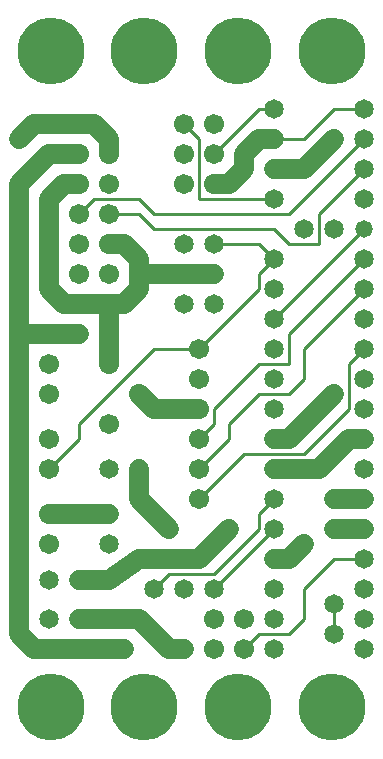
<source format=gbl>
%MOIN*%
%FSLAX25Y25*%
G04 D10 used for Character Trace; *
G04     Circle (OD=.01000) (No hole)*
G04 D11 used for Power Trace; *
G04     Circle (OD=.06500) (No hole)*
G04 D12 used for Signal Trace; *
G04     Circle (OD=.01100) (No hole)*
G04 D13 used for Via; *
G04     Circle (OD=.05800) (Round. Hole ID=.02800)*
G04 D14 used for Component hole; *
G04     Circle (OD=.06500) (Round. Hole ID=.03500)*
G04 D15 used for Component hole; *
G04     Circle (OD=.06700) (Round. Hole ID=.04300)*
G04 D16 used for Component hole; *
G04     Circle (OD=.08100) (Round. Hole ID=.05100)*
G04 D17 used for Component hole; *
G04     Circle (OD=.08900) (Round. Hole ID=.05900)*
G04 D18 used for Component hole; *
G04     Circle (OD=.11300) (Round. Hole ID=.08300)*
G04 D19 used for Component hole; *
G04     Circle (OD=.16000) (Round. Hole ID=.13000)*
G04 D20 used for Component hole; *
G04     Circle (OD=.18300) (Round. Hole ID=.15300)*
G04 D21 used for Component hole; *
G04     Circle (OD=.22291) (Round. Hole ID=.19291)*
%ADD10C,.01000*%
%ADD11C,.06500*%
%ADD12C,.01100*%
%ADD13C,.05800*%
%ADD14C,.06500*%
%ADD15C,.06700*%
%ADD16C,.08100*%
%ADD17C,.08900*%
%ADD18C,.11300*%
%ADD19C,.16000*%
%ADD20C,.18300*%
%ADD21C,.22291*%
%IPPOS*%
%LPD*%
G90*X0Y0D02*D21*X15625Y15625D03*D11*              
X10000Y35000D02*X40000D01*D14*D03*D11*X55000D02*  
X45000Y45000D01*X55000Y35000D02*X60000D01*D14*D03*
D15*X70000Y45000D03*Y35000D03*D11*X35000Y45000D02*
X45000D01*D14*X35000D03*D11*X25000D01*D14*D03*    
X35000Y58000D03*D11*X25000D01*D14*D03*            
X15000Y45000D03*D11*X35000Y58000D02*              
X45000Y65000D01*X65000D01*X75000Y75000D01*D14*D03*
D15*X65000Y85000D03*D12*X80000Y100000D01*         
X100000D01*X115000Y115000D01*Y130000D01*          
X120000Y135000D01*D14*D03*Y145000D03*Y125000D03*  
D13*X110000Y120000D03*D11*X95000Y105000D01*       
X90000D01*D14*D03*D13*X100000Y95000D03*D11*       
X90000D01*D14*D03*D11*X100000D02*X105000D01*      
X115000Y105000D01*X120000D01*D14*D03*Y115000D03*  
Y95000D03*D12*X95000Y120000D02*X100000Y125000D01* 
X85000Y120000D02*X95000D01*X75000Y110000D02*      
X85000Y120000D01*X75000Y105000D02*Y110000D01*     
X65000Y95000D02*X75000Y105000D01*D15*             
X65000Y95000D03*Y105000D03*D12*X70000Y110000D01*  
Y115000D01*X85000Y130000D01*X95000D01*Y140000D01* 
X120000Y165000D01*D14*D03*X110000Y175000D03*D13*  
X120000D03*D12*X90000Y145000D01*D14*D03*D12*      
X100000Y125000D02*Y135000D01*D14*X90000D03*       
Y115000D03*D12*X100000Y135000D02*                 
X120000Y155000D01*D14*D03*D12*X95000Y170000D02*   
X105000D01*X95000D02*X90000Y175000D01*X50000D01*  
X45000Y180000D01*X35000D01*D15*D03*D12*X25000D02* 
X30000Y185000D01*D15*X25000Y180000D03*D12*        
X30000Y185000D02*X45000D01*X50000Y180000D01*      
X95000D01*X120000Y205000D01*D14*D03*D12*          
X100000D02*X110000Y215000D01*X90000Y205000D02*    
X100000D01*D14*X90000D03*D11*X85000D01*           
X80000Y200000D01*Y195000D01*X75000Y190000D01*     
X70000D01*D15*D03*D12*X65000Y185000D02*X90000D01* 
D14*D03*X100000Y175000D03*D11*X90000Y195000D02*   
X100000D01*D14*X90000D03*D11*X100000D02*          
X110000Y205000D01*D13*D03*D14*X120000Y195000D03*  
D12*X105000Y180000D01*Y170000D01*D14*             
X120000Y185000D03*X90000Y155000D03*Y165000D03*D12*
X85000Y160000D01*Y155000D01*X65000Y135000D01*D15* 
D03*D12*X50000D01*X25000Y110000D01*Y105000D01*    
X15000Y95000D01*D15*D03*Y105000D03*Y80000D03*D11* 
X35000D01*D14*D03*Y70000D03*D11*X55000Y75000D02*  
X45000Y85000D01*D14*X55000Y75000D03*D11*          
X45000Y85000D02*Y95000D01*D14*D03*X35000D03*D15*  
Y110000D03*X65000Y115000D03*D11*X50000D01*        
X45000Y120000D01*D15*D03*X35000Y130000D03*D11*    
Y150000D01*X20000D01*X15000Y155000D01*Y185000D01* 
X20000Y190000D01*X25000D01*D15*D03*               
X35000Y200000D03*D11*Y205000D01*X30000Y210000D01* 
X10000D01*X5000Y205000D01*D13*D03*D11*Y190000D02* 
X15000Y200000D01*X5000Y140000D02*Y190000D01*      
Y40000D02*Y140000D01*X10000Y35000D02*             
X5000Y40000D01*D14*X15000Y58000D03*D21*           
X46875Y15625D03*D15*X15000Y70000D03*D14*          
X50000Y55000D03*D12*X55000Y60000D01*X70000D01*    
X85000Y75000D01*Y80000D01*X90000Y85000D01*D14*D03*
Y75000D03*D12*X70000Y55000D01*D14*D03*D15*        
X80000Y45000D03*D14*X60000Y55000D03*D12*          
X80000Y35000D02*X85000Y40000D01*D15*              
X80000Y35000D03*D12*X85000Y40000D02*X95000D01*    
X100000Y45000D01*Y55000D01*X110000Y65000D01*      
X120000D01*D14*D03*D13*X110000Y75000D03*D11*      
X120000D01*D14*D03*D13*X110000Y85000D03*D11*      
X120000D01*D14*D03*D13*X100000Y70000D03*D11*      
X95000Y65000D01*X90000D01*D14*D03*Y55000D03*      
X110000Y50000D03*D12*Y40000D01*D14*D03*           
X120000Y35000D03*Y45000D03*Y55000D03*             
X90000Y45000D03*Y35000D03*D21*X109375Y15625D03*   
X78125D03*D14*X90000Y125000D03*D15*X65000D03*     
X15000Y130000D03*Y120000D03*D13*X25000Y140000D03* 
D11*X5000D01*D15*X25000Y160000D03*                
X35000Y170000D03*D11*X40000D01*X45000Y165000D01*  
Y160000D01*Y155000D01*X40000Y150000D01*X35000D01* 
X45000Y160000D02*X60000D01*D14*D03*D11*X70000D01* 
D14*D03*X60000Y170000D03*Y150000D03*              
X70000Y170000D03*D12*X85000D01*X90000Y165000D01*  
D14*X70000Y150000D03*D12*X65000Y185000D02*        
Y205000D01*X60000Y210000D01*D15*D03*              
X70000Y200000D03*D12*X85000Y215000D01*X90000D01*  
D14*D03*D21*X109375Y234375D03*D12*                
X110000Y215000D02*X120000D01*D14*D03*D21*         
X78125Y234375D03*D15*X70000Y210000D03*            
X60000Y200000D03*Y190000D03*D21*X46875Y234375D03* 
D15*X35000Y190000D03*Y160000D03*X25000Y200000D03* 
D11*X15000D01*D15*X25000Y170000D03*D21*           
X15625Y234375D03*M02*                             

</source>
